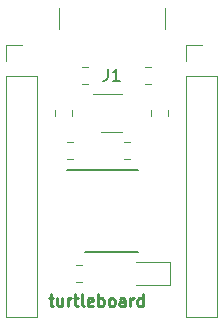
<source format=gbr>
%TF.GenerationSoftware,KiCad,Pcbnew,(5.1.5-0-10_14)*%
%TF.CreationDate,2020-02-16T20:03:40+10:00*%
%TF.ProjectId,turtleboard,74757274-6c65-4626-9f61-72642e6b6963,rev?*%
%TF.SameCoordinates,Original*%
%TF.FileFunction,Legend,Top*%
%TF.FilePolarity,Positive*%
%FSLAX46Y46*%
G04 Gerber Fmt 4.6, Leading zero omitted, Abs format (unit mm)*
G04 Created by KiCad (PCBNEW (5.1.5-0-10_14)) date 2020-02-16 20:03:40*
%MOMM*%
%LPD*%
G04 APERTURE LIST*
%ADD10C,0.250000*%
%ADD11C,0.120000*%
%ADD12C,0.150000*%
G04 APERTURE END LIST*
D10*
X197882380Y-121705714D02*
X198263333Y-121705714D01*
X198025238Y-121372380D02*
X198025238Y-122229523D01*
X198072857Y-122324761D01*
X198168095Y-122372380D01*
X198263333Y-122372380D01*
X199025238Y-121705714D02*
X199025238Y-122372380D01*
X198596666Y-121705714D02*
X198596666Y-122229523D01*
X198644285Y-122324761D01*
X198739523Y-122372380D01*
X198882380Y-122372380D01*
X198977619Y-122324761D01*
X199025238Y-122277142D01*
X199501428Y-122372380D02*
X199501428Y-121705714D01*
X199501428Y-121896190D02*
X199549047Y-121800952D01*
X199596666Y-121753333D01*
X199691904Y-121705714D01*
X199787142Y-121705714D01*
X199977619Y-121705714D02*
X200358571Y-121705714D01*
X200120476Y-121372380D02*
X200120476Y-122229523D01*
X200168095Y-122324761D01*
X200263333Y-122372380D01*
X200358571Y-122372380D01*
X200834761Y-122372380D02*
X200739523Y-122324761D01*
X200691904Y-122229523D01*
X200691904Y-121372380D01*
X201596666Y-122324761D02*
X201501428Y-122372380D01*
X201310952Y-122372380D01*
X201215714Y-122324761D01*
X201168095Y-122229523D01*
X201168095Y-121848571D01*
X201215714Y-121753333D01*
X201310952Y-121705714D01*
X201501428Y-121705714D01*
X201596666Y-121753333D01*
X201644285Y-121848571D01*
X201644285Y-121943809D01*
X201168095Y-122039047D01*
X202072857Y-122372380D02*
X202072857Y-121372380D01*
X202072857Y-121753333D02*
X202168095Y-121705714D01*
X202358571Y-121705714D01*
X202453809Y-121753333D01*
X202501428Y-121800952D01*
X202549047Y-121896190D01*
X202549047Y-122181904D01*
X202501428Y-122277142D01*
X202453809Y-122324761D01*
X202358571Y-122372380D01*
X202168095Y-122372380D01*
X202072857Y-122324761D01*
X203120476Y-122372380D02*
X203025238Y-122324761D01*
X202977619Y-122277142D01*
X202930000Y-122181904D01*
X202930000Y-121896190D01*
X202977619Y-121800952D01*
X203025238Y-121753333D01*
X203120476Y-121705714D01*
X203263333Y-121705714D01*
X203358571Y-121753333D01*
X203406190Y-121800952D01*
X203453809Y-121896190D01*
X203453809Y-122181904D01*
X203406190Y-122277142D01*
X203358571Y-122324761D01*
X203263333Y-122372380D01*
X203120476Y-122372380D01*
X204310952Y-122372380D02*
X204310952Y-121848571D01*
X204263333Y-121753333D01*
X204168095Y-121705714D01*
X203977619Y-121705714D01*
X203882380Y-121753333D01*
X204310952Y-122324761D02*
X204215714Y-122372380D01*
X203977619Y-122372380D01*
X203882380Y-122324761D01*
X203834761Y-122229523D01*
X203834761Y-122134285D01*
X203882380Y-122039047D01*
X203977619Y-121991428D01*
X204215714Y-121991428D01*
X204310952Y-121943809D01*
X204787142Y-122372380D02*
X204787142Y-121705714D01*
X204787142Y-121896190D02*
X204834761Y-121800952D01*
X204882380Y-121753333D01*
X204977619Y-121705714D01*
X205072857Y-121705714D01*
X205834761Y-122372380D02*
X205834761Y-121372380D01*
X205834761Y-122324761D02*
X205739523Y-122372380D01*
X205549047Y-122372380D01*
X205453809Y-122324761D01*
X205406190Y-122277142D01*
X205358571Y-122181904D01*
X205358571Y-121896190D01*
X205406190Y-121800952D01*
X205453809Y-121753333D01*
X205549047Y-121705714D01*
X205739523Y-121705714D01*
X205834761Y-121753333D01*
D11*
X207668000Y-98922000D02*
X207668000Y-97122000D01*
X198728000Y-98922000D02*
X198728000Y-97122000D01*
D12*
X199450000Y-110850000D02*
X205425000Y-110850000D01*
X200975000Y-117750000D02*
X205425000Y-117750000D01*
D11*
X209490000Y-100270000D02*
X210820000Y-100270000D01*
X209490000Y-101600000D02*
X209490000Y-100270000D01*
X209490000Y-102870000D02*
X212150000Y-102870000D01*
X212150000Y-102870000D02*
X212150000Y-123250000D01*
X209490000Y-102870000D02*
X209490000Y-123250000D01*
X209490000Y-123250000D02*
X212150000Y-123250000D01*
X194250000Y-100270000D02*
X195580000Y-100270000D01*
X194250000Y-101600000D02*
X194250000Y-100270000D01*
X194250000Y-102870000D02*
X196910000Y-102870000D01*
X196910000Y-102870000D02*
X196910000Y-123250000D01*
X194250000Y-102870000D02*
X194250000Y-123250000D01*
X194250000Y-123250000D02*
X196910000Y-123250000D01*
X199896252Y-108510000D02*
X199373748Y-108510000D01*
X199896252Y-109930000D02*
X199373748Y-109930000D01*
X200144748Y-120344000D02*
X200667252Y-120344000D01*
X200144748Y-118924000D02*
X200667252Y-118924000D01*
X206509252Y-102160000D02*
X205986748Y-102160000D01*
X206509252Y-103580000D02*
X205986748Y-103580000D01*
X200652748Y-103580000D02*
X201175252Y-103580000D01*
X200652748Y-102160000D02*
X201175252Y-102160000D01*
X208117000Y-118674000D02*
X205257000Y-118674000D01*
X208117000Y-120594000D02*
X208117000Y-118674000D01*
X205257000Y-120594000D02*
X208117000Y-120594000D01*
X204100000Y-104435000D02*
X201650000Y-104435000D01*
X202300000Y-107655000D02*
X204100000Y-107655000D01*
X204208748Y-109930000D02*
X204731252Y-109930000D01*
X204208748Y-108510000D02*
X204731252Y-108510000D01*
X206554000Y-105783748D02*
X206554000Y-106306252D01*
X207974000Y-105783748D02*
X207974000Y-106306252D01*
X198426000Y-105783748D02*
X198426000Y-106306252D01*
X199846000Y-105783748D02*
X199846000Y-106306252D01*
D12*
X202864666Y-102284380D02*
X202864666Y-102998666D01*
X202817047Y-103141523D01*
X202721809Y-103236761D01*
X202578952Y-103284380D01*
X202483714Y-103284380D01*
X203864666Y-103284380D02*
X203293238Y-103284380D01*
X203578952Y-103284380D02*
X203578952Y-102284380D01*
X203483714Y-102427238D01*
X203388476Y-102522476D01*
X203293238Y-102570095D01*
M02*

</source>
